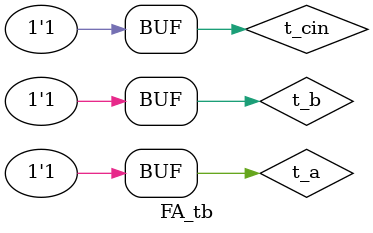
<source format=v>
module FullAdder(a,b,cin,s,cout);
	input a;
	input b;
	input cin;
	output s;
	output cout;
	assign s=a^b^cin;
	assign cout=((a^b)&cin)|(a&b);
endmodule



module FA_tb;
reg t_a;
reg t_b;
reg t_cin;
wire t_sum;
wire t_cout;
FullAdder FA1(.a(t_a),.b(t_b),.cin(t_cin),.s(t_sum),.cout(t_cout));
initial begin
t_a=0;t_b=0;t_cin=0;
#10 t_a=1;t_b=0;t_cin=0;
#10 t_a=0;t_b=1;t_cin=0;
#10 t_a=1;t_b=1;t_cin=0;
#10 t_a=0;t_b=0;t_cin=1;
#10 t_a=1;t_b=0;t_cin=1;
#10 t_a=0;t_b=1;t_cin=1;
#10 t_a=1;t_b=1;t_cin=1;
#10;
end
endmodule

</source>
